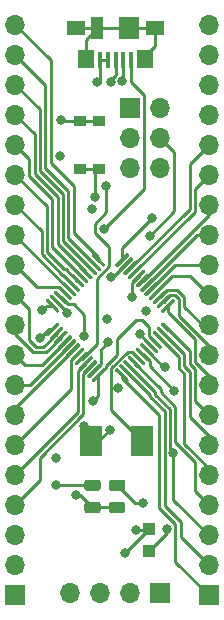
<source format=gbr>
%TF.GenerationSoftware,KiCad,Pcbnew,(5.1.6)-1*%
%TF.CreationDate,2020-09-14T17:11:37+02:00*%
%TF.ProjectId,STM32_blue_pill_4_layers,53544d33-325f-4626-9c75-655f70696c6c,rev?*%
%TF.SameCoordinates,Original*%
%TF.FileFunction,Copper,L1,Top*%
%TF.FilePolarity,Positive*%
%FSLAX46Y46*%
G04 Gerber Fmt 4.6, Leading zero omitted, Abs format (unit mm)*
G04 Created by KiCad (PCBNEW (5.1.6)-1) date 2020-09-14 17:11:37*
%MOMM*%
%LPD*%
G01*
G04 APERTURE LIST*
%TA.AperFunction,SMDPad,CuDef*%
%ADD10R,1.000000X1.900000*%
%TD*%
%TA.AperFunction,SMDPad,CuDef*%
%ADD11R,1.800000X1.900000*%
%TD*%
%TA.AperFunction,SMDPad,CuDef*%
%ADD12R,1.650000X1.300000*%
%TD*%
%TA.AperFunction,SMDPad,CuDef*%
%ADD13R,1.425000X1.550000*%
%TD*%
%TA.AperFunction,SMDPad,CuDef*%
%ADD14R,0.450000X1.380000*%
%TD*%
%TA.AperFunction,SMDPad,CuDef*%
%ADD15R,1.000000X0.900000*%
%TD*%
%TA.AperFunction,SMDPad,CuDef*%
%ADD16R,1.100000X1.050000*%
%TD*%
%TA.AperFunction,SMDPad,CuDef*%
%ADD17R,1.900000X2.500000*%
%TD*%
%TA.AperFunction,ComponentPad*%
%ADD18O,1.700000X1.700000*%
%TD*%
%TA.AperFunction,ComponentPad*%
%ADD19R,1.700000X1.700000*%
%TD*%
%TA.AperFunction,ViaPad*%
%ADD20C,0.800000*%
%TD*%
%TA.AperFunction,Conductor*%
%ADD21C,0.250000*%
%TD*%
G04 APERTURE END LIST*
D10*
%TO.P,J3,6*%
%TO.N,Net-(J3-Pad6)*%
X128880000Y-62410000D03*
D11*
X131580000Y-62410000D03*
D12*
X127055000Y-62410000D03*
X133805000Y-62410000D03*
D13*
X127942500Y-64985000D03*
X132917500Y-64985000D03*
D14*
%TO.P,J3,5*%
%TO.N,GND*%
X129130000Y-65070000D03*
%TO.P,J3,4*%
X129780000Y-65070000D03*
%TO.P,J3,3*%
%TO.N,Net-(J3-Pad3)*%
X130430000Y-65070000D03*
%TO.P,J3,2*%
%TO.N,Net-(J3-Pad2)*%
X131080000Y-65070000D03*
%TO.P,J3,1*%
%TO.N,/5V*%
X131730000Y-65070000D03*
%TD*%
D15*
%TO.P,SW1,2*%
%TO.N,GND*%
X129000000Y-70240000D03*
%TO.P,SW1,1*%
X127400000Y-70240000D03*
%TO.P,SW1,2*%
X129000000Y-74340000D03*
%TO.P,SW1,1*%
X127400000Y-74340000D03*
%TD*%
D16*
%TO.P,Y2,2*%
%TO.N,/PC15*%
X133260000Y-104810000D03*
%TO.P,Y2,1*%
%TO.N,/PC14*%
X133260000Y-106660000D03*
%TD*%
D17*
%TO.P,Y1,2*%
%TO.N,/OSCOUT*%
X128310000Y-97370000D03*
%TO.P,Y1,1*%
%TO.N,/OSCIN*%
X132710000Y-97370000D03*
%TD*%
%TO.P,U1,48*%
%TO.N,/3V3*%
%TA.AperFunction,SMDPad,CuDef*%
G36*
G01*
X129546948Y-91407608D02*
X128610032Y-92344524D01*
G75*
G02*
X128503966Y-92344524I-53033J53033D01*
G01*
X128397900Y-92238458D01*
G75*
G02*
X128397900Y-92132392I53033J53033D01*
G01*
X129334816Y-91195476D01*
G75*
G02*
X129440882Y-91195476I53033J-53033D01*
G01*
X129546948Y-91301542D01*
G75*
G02*
X129546948Y-91407608I-53033J-53033D01*
G01*
G37*
%TD.AperFunction*%
%TO.P,U1,47*%
%TO.N,GND*%
%TA.AperFunction,SMDPad,CuDef*%
G36*
G01*
X129193394Y-91054054D02*
X128256478Y-91990970D01*
G75*
G02*
X128150412Y-91990970I-53033J53033D01*
G01*
X128044346Y-91884904D01*
G75*
G02*
X128044346Y-91778838I53033J53033D01*
G01*
X128981262Y-90841922D01*
G75*
G02*
X129087328Y-90841922I53033J-53033D01*
G01*
X129193394Y-90947988D01*
G75*
G02*
X129193394Y-91054054I-53033J-53033D01*
G01*
G37*
%TD.AperFunction*%
%TO.P,U1,46*%
%TO.N,/PB9*%
%TA.AperFunction,SMDPad,CuDef*%
G36*
G01*
X128839841Y-90700501D02*
X127902925Y-91637417D01*
G75*
G02*
X127796859Y-91637417I-53033J53033D01*
G01*
X127690793Y-91531351D01*
G75*
G02*
X127690793Y-91425285I53033J53033D01*
G01*
X128627709Y-90488369D01*
G75*
G02*
X128733775Y-90488369I53033J-53033D01*
G01*
X128839841Y-90594435D01*
G75*
G02*
X128839841Y-90700501I-53033J-53033D01*
G01*
G37*
%TD.AperFunction*%
%TO.P,U1,45*%
%TO.N,/PB8*%
%TA.AperFunction,SMDPad,CuDef*%
G36*
G01*
X128486287Y-90346947D02*
X127549371Y-91283863D01*
G75*
G02*
X127443305Y-91283863I-53033J53033D01*
G01*
X127337239Y-91177797D01*
G75*
G02*
X127337239Y-91071731I53033J53033D01*
G01*
X128274155Y-90134815D01*
G75*
G02*
X128380221Y-90134815I53033J-53033D01*
G01*
X128486287Y-90240881D01*
G75*
G02*
X128486287Y-90346947I-53033J-53033D01*
G01*
G37*
%TD.AperFunction*%
%TO.P,U1,44*%
%TO.N,/BOOT0*%
%TA.AperFunction,SMDPad,CuDef*%
G36*
G01*
X128132734Y-89993394D02*
X127195818Y-90930310D01*
G75*
G02*
X127089752Y-90930310I-53033J53033D01*
G01*
X126983686Y-90824244D01*
G75*
G02*
X126983686Y-90718178I53033J53033D01*
G01*
X127920602Y-89781262D01*
G75*
G02*
X128026668Y-89781262I53033J-53033D01*
G01*
X128132734Y-89887328D01*
G75*
G02*
X128132734Y-89993394I-53033J-53033D01*
G01*
G37*
%TD.AperFunction*%
%TO.P,U1,43*%
%TO.N,/PB7*%
%TA.AperFunction,SMDPad,CuDef*%
G36*
G01*
X127779181Y-89639841D02*
X126842265Y-90576757D01*
G75*
G02*
X126736199Y-90576757I-53033J53033D01*
G01*
X126630133Y-90470691D01*
G75*
G02*
X126630133Y-90364625I53033J53033D01*
G01*
X127567049Y-89427709D01*
G75*
G02*
X127673115Y-89427709I53033J-53033D01*
G01*
X127779181Y-89533775D01*
G75*
G02*
X127779181Y-89639841I-53033J-53033D01*
G01*
G37*
%TD.AperFunction*%
%TO.P,U1,42*%
%TO.N,/PB6*%
%TA.AperFunction,SMDPad,CuDef*%
G36*
G01*
X127425627Y-89286287D02*
X126488711Y-90223203D01*
G75*
G02*
X126382645Y-90223203I-53033J53033D01*
G01*
X126276579Y-90117137D01*
G75*
G02*
X126276579Y-90011071I53033J53033D01*
G01*
X127213495Y-89074155D01*
G75*
G02*
X127319561Y-89074155I53033J-53033D01*
G01*
X127425627Y-89180221D01*
G75*
G02*
X127425627Y-89286287I-53033J-53033D01*
G01*
G37*
%TD.AperFunction*%
%TO.P,U1,41*%
%TO.N,/PB5*%
%TA.AperFunction,SMDPad,CuDef*%
G36*
G01*
X127072074Y-88932734D02*
X126135158Y-89869650D01*
G75*
G02*
X126029092Y-89869650I-53033J53033D01*
G01*
X125923026Y-89763584D01*
G75*
G02*
X125923026Y-89657518I53033J53033D01*
G01*
X126859942Y-88720602D01*
G75*
G02*
X126966008Y-88720602I53033J-53033D01*
G01*
X127072074Y-88826668D01*
G75*
G02*
X127072074Y-88932734I-53033J-53033D01*
G01*
G37*
%TD.AperFunction*%
%TO.P,U1,40*%
%TO.N,/PB4*%
%TA.AperFunction,SMDPad,CuDef*%
G36*
G01*
X126718521Y-88579181D02*
X125781605Y-89516097D01*
G75*
G02*
X125675539Y-89516097I-53033J53033D01*
G01*
X125569473Y-89410031D01*
G75*
G02*
X125569473Y-89303965I53033J53033D01*
G01*
X126506389Y-88367049D01*
G75*
G02*
X126612455Y-88367049I53033J-53033D01*
G01*
X126718521Y-88473115D01*
G75*
G02*
X126718521Y-88579181I-53033J-53033D01*
G01*
G37*
%TD.AperFunction*%
%TO.P,U1,39*%
%TO.N,/PB3*%
%TA.AperFunction,SMDPad,CuDef*%
G36*
G01*
X126364967Y-88225627D02*
X125428051Y-89162543D01*
G75*
G02*
X125321985Y-89162543I-53033J53033D01*
G01*
X125215919Y-89056477D01*
G75*
G02*
X125215919Y-88950411I53033J53033D01*
G01*
X126152835Y-88013495D01*
G75*
G02*
X126258901Y-88013495I53033J-53033D01*
G01*
X126364967Y-88119561D01*
G75*
G02*
X126364967Y-88225627I-53033J-53033D01*
G01*
G37*
%TD.AperFunction*%
%TO.P,U1,38*%
%TO.N,/PA15*%
%TA.AperFunction,SMDPad,CuDef*%
G36*
G01*
X126011414Y-87872074D02*
X125074498Y-88808990D01*
G75*
G02*
X124968432Y-88808990I-53033J53033D01*
G01*
X124862366Y-88702924D01*
G75*
G02*
X124862366Y-88596858I53033J53033D01*
G01*
X125799282Y-87659942D01*
G75*
G02*
X125905348Y-87659942I53033J-53033D01*
G01*
X126011414Y-87766008D01*
G75*
G02*
X126011414Y-87872074I-53033J-53033D01*
G01*
G37*
%TD.AperFunction*%
%TO.P,U1,37*%
%TO.N,/SWCLK*%
%TA.AperFunction,SMDPad,CuDef*%
G36*
G01*
X125657860Y-87518520D02*
X124720944Y-88455436D01*
G75*
G02*
X124614878Y-88455436I-53033J53033D01*
G01*
X124508812Y-88349370D01*
G75*
G02*
X124508812Y-88243304I53033J53033D01*
G01*
X125445728Y-87306388D01*
G75*
G02*
X125551794Y-87306388I53033J-53033D01*
G01*
X125657860Y-87412454D01*
G75*
G02*
X125657860Y-87518520I-53033J-53033D01*
G01*
G37*
%TD.AperFunction*%
%TO.P,U1,36*%
%TO.N,/3V3*%
%TA.AperFunction,SMDPad,CuDef*%
G36*
G01*
X125657860Y-86351794D02*
X125551794Y-86457860D01*
G75*
G02*
X125445728Y-86457860I-53033J53033D01*
G01*
X124508812Y-85520944D01*
G75*
G02*
X124508812Y-85414878I53033J53033D01*
G01*
X124614878Y-85308812D01*
G75*
G02*
X124720944Y-85308812I53033J-53033D01*
G01*
X125657860Y-86245728D01*
G75*
G02*
X125657860Y-86351794I-53033J-53033D01*
G01*
G37*
%TD.AperFunction*%
%TO.P,U1,35*%
%TO.N,GND*%
%TA.AperFunction,SMDPad,CuDef*%
G36*
G01*
X126011414Y-85998240D02*
X125905348Y-86104306D01*
G75*
G02*
X125799282Y-86104306I-53033J53033D01*
G01*
X124862366Y-85167390D01*
G75*
G02*
X124862366Y-85061324I53033J53033D01*
G01*
X124968432Y-84955258D01*
G75*
G02*
X125074498Y-84955258I53033J-53033D01*
G01*
X126011414Y-85892174D01*
G75*
G02*
X126011414Y-85998240I-53033J-53033D01*
G01*
G37*
%TD.AperFunction*%
%TO.P,U1,34*%
%TO.N,/SWIO*%
%TA.AperFunction,SMDPad,CuDef*%
G36*
G01*
X126364967Y-85644687D02*
X126258901Y-85750753D01*
G75*
G02*
X126152835Y-85750753I-53033J53033D01*
G01*
X125215919Y-84813837D01*
G75*
G02*
X125215919Y-84707771I53033J53033D01*
G01*
X125321985Y-84601705D01*
G75*
G02*
X125428051Y-84601705I53033J-53033D01*
G01*
X126364967Y-85538621D01*
G75*
G02*
X126364967Y-85644687I-53033J-53033D01*
G01*
G37*
%TD.AperFunction*%
%TO.P,U1,33*%
%TO.N,/PA12*%
%TA.AperFunction,SMDPad,CuDef*%
G36*
G01*
X126718521Y-85291133D02*
X126612455Y-85397199D01*
G75*
G02*
X126506389Y-85397199I-53033J53033D01*
G01*
X125569473Y-84460283D01*
G75*
G02*
X125569473Y-84354217I53033J53033D01*
G01*
X125675539Y-84248151D01*
G75*
G02*
X125781605Y-84248151I53033J-53033D01*
G01*
X126718521Y-85185067D01*
G75*
G02*
X126718521Y-85291133I-53033J-53033D01*
G01*
G37*
%TD.AperFunction*%
%TO.P,U1,32*%
%TO.N,/PA11*%
%TA.AperFunction,SMDPad,CuDef*%
G36*
G01*
X127072074Y-84937580D02*
X126966008Y-85043646D01*
G75*
G02*
X126859942Y-85043646I-53033J53033D01*
G01*
X125923026Y-84106730D01*
G75*
G02*
X125923026Y-84000664I53033J53033D01*
G01*
X126029092Y-83894598D01*
G75*
G02*
X126135158Y-83894598I53033J-53033D01*
G01*
X127072074Y-84831514D01*
G75*
G02*
X127072074Y-84937580I-53033J-53033D01*
G01*
G37*
%TD.AperFunction*%
%TO.P,U1,31*%
%TO.N,/PA10*%
%TA.AperFunction,SMDPad,CuDef*%
G36*
G01*
X127425627Y-84584027D02*
X127319561Y-84690093D01*
G75*
G02*
X127213495Y-84690093I-53033J53033D01*
G01*
X126276579Y-83753177D01*
G75*
G02*
X126276579Y-83647111I53033J53033D01*
G01*
X126382645Y-83541045D01*
G75*
G02*
X126488711Y-83541045I53033J-53033D01*
G01*
X127425627Y-84477961D01*
G75*
G02*
X127425627Y-84584027I-53033J-53033D01*
G01*
G37*
%TD.AperFunction*%
%TO.P,U1,30*%
%TO.N,/PA9*%
%TA.AperFunction,SMDPad,CuDef*%
G36*
G01*
X127779181Y-84230473D02*
X127673115Y-84336539D01*
G75*
G02*
X127567049Y-84336539I-53033J53033D01*
G01*
X126630133Y-83399623D01*
G75*
G02*
X126630133Y-83293557I53033J53033D01*
G01*
X126736199Y-83187491D01*
G75*
G02*
X126842265Y-83187491I53033J-53033D01*
G01*
X127779181Y-84124407D01*
G75*
G02*
X127779181Y-84230473I-53033J-53033D01*
G01*
G37*
%TD.AperFunction*%
%TO.P,U1,29*%
%TO.N,/PA8*%
%TA.AperFunction,SMDPad,CuDef*%
G36*
G01*
X128132734Y-83876920D02*
X128026668Y-83982986D01*
G75*
G02*
X127920602Y-83982986I-53033J53033D01*
G01*
X126983686Y-83046070D01*
G75*
G02*
X126983686Y-82940004I53033J53033D01*
G01*
X127089752Y-82833938D01*
G75*
G02*
X127195818Y-82833938I53033J-53033D01*
G01*
X128132734Y-83770854D01*
G75*
G02*
X128132734Y-83876920I-53033J-53033D01*
G01*
G37*
%TD.AperFunction*%
%TO.P,U1,28*%
%TO.N,/PB15*%
%TA.AperFunction,SMDPad,CuDef*%
G36*
G01*
X128486287Y-83523367D02*
X128380221Y-83629433D01*
G75*
G02*
X128274155Y-83629433I-53033J53033D01*
G01*
X127337239Y-82692517D01*
G75*
G02*
X127337239Y-82586451I53033J53033D01*
G01*
X127443305Y-82480385D01*
G75*
G02*
X127549371Y-82480385I53033J-53033D01*
G01*
X128486287Y-83417301D01*
G75*
G02*
X128486287Y-83523367I-53033J-53033D01*
G01*
G37*
%TD.AperFunction*%
%TO.P,U1,27*%
%TO.N,/PB14*%
%TA.AperFunction,SMDPad,CuDef*%
G36*
G01*
X128839841Y-83169813D02*
X128733775Y-83275879D01*
G75*
G02*
X128627709Y-83275879I-53033J53033D01*
G01*
X127690793Y-82338963D01*
G75*
G02*
X127690793Y-82232897I53033J53033D01*
G01*
X127796859Y-82126831D01*
G75*
G02*
X127902925Y-82126831I53033J-53033D01*
G01*
X128839841Y-83063747D01*
G75*
G02*
X128839841Y-83169813I-53033J-53033D01*
G01*
G37*
%TD.AperFunction*%
%TO.P,U1,26*%
%TO.N,/PB13*%
%TA.AperFunction,SMDPad,CuDef*%
G36*
G01*
X129193394Y-82816260D02*
X129087328Y-82922326D01*
G75*
G02*
X128981262Y-82922326I-53033J53033D01*
G01*
X128044346Y-81985410D01*
G75*
G02*
X128044346Y-81879344I53033J53033D01*
G01*
X128150412Y-81773278D01*
G75*
G02*
X128256478Y-81773278I53033J-53033D01*
G01*
X129193394Y-82710194D01*
G75*
G02*
X129193394Y-82816260I-53033J-53033D01*
G01*
G37*
%TD.AperFunction*%
%TO.P,U1,25*%
%TO.N,/PB12*%
%TA.AperFunction,SMDPad,CuDef*%
G36*
G01*
X129546948Y-82462706D02*
X129440882Y-82568772D01*
G75*
G02*
X129334816Y-82568772I-53033J53033D01*
G01*
X128397900Y-81631856D01*
G75*
G02*
X128397900Y-81525790I53033J53033D01*
G01*
X128503966Y-81419724D01*
G75*
G02*
X128610032Y-81419724I53033J-53033D01*
G01*
X129546948Y-82356640D01*
G75*
G02*
X129546948Y-82462706I-53033J-53033D01*
G01*
G37*
%TD.AperFunction*%
%TO.P,U1,24*%
%TO.N,/3V3*%
%TA.AperFunction,SMDPad,CuDef*%
G36*
G01*
X131544524Y-81631856D02*
X130607608Y-82568772D01*
G75*
G02*
X130501542Y-82568772I-53033J53033D01*
G01*
X130395476Y-82462706D01*
G75*
G02*
X130395476Y-82356640I53033J53033D01*
G01*
X131332392Y-81419724D01*
G75*
G02*
X131438458Y-81419724I53033J-53033D01*
G01*
X131544524Y-81525790D01*
G75*
G02*
X131544524Y-81631856I-53033J-53033D01*
G01*
G37*
%TD.AperFunction*%
%TO.P,U1,23*%
%TO.N,GND*%
%TA.AperFunction,SMDPad,CuDef*%
G36*
G01*
X131898078Y-81985410D02*
X130961162Y-82922326D01*
G75*
G02*
X130855096Y-82922326I-53033J53033D01*
G01*
X130749030Y-82816260D01*
G75*
G02*
X130749030Y-82710194I53033J53033D01*
G01*
X131685946Y-81773278D01*
G75*
G02*
X131792012Y-81773278I53033J-53033D01*
G01*
X131898078Y-81879344D01*
G75*
G02*
X131898078Y-81985410I-53033J-53033D01*
G01*
G37*
%TD.AperFunction*%
%TO.P,U1,22*%
%TO.N,/PB11*%
%TA.AperFunction,SMDPad,CuDef*%
G36*
G01*
X132251631Y-82338963D02*
X131314715Y-83275879D01*
G75*
G02*
X131208649Y-83275879I-53033J53033D01*
G01*
X131102583Y-83169813D01*
G75*
G02*
X131102583Y-83063747I53033J53033D01*
G01*
X132039499Y-82126831D01*
G75*
G02*
X132145565Y-82126831I53033J-53033D01*
G01*
X132251631Y-82232897D01*
G75*
G02*
X132251631Y-82338963I-53033J-53033D01*
G01*
G37*
%TD.AperFunction*%
%TO.P,U1,21*%
%TO.N,/PB10*%
%TA.AperFunction,SMDPad,CuDef*%
G36*
G01*
X132605185Y-82692517D02*
X131668269Y-83629433D01*
G75*
G02*
X131562203Y-83629433I-53033J53033D01*
G01*
X131456137Y-83523367D01*
G75*
G02*
X131456137Y-83417301I53033J53033D01*
G01*
X132393053Y-82480385D01*
G75*
G02*
X132499119Y-82480385I53033J-53033D01*
G01*
X132605185Y-82586451D01*
G75*
G02*
X132605185Y-82692517I-53033J-53033D01*
G01*
G37*
%TD.AperFunction*%
%TO.P,U1,20*%
%TO.N,/BOOT1*%
%TA.AperFunction,SMDPad,CuDef*%
G36*
G01*
X132958738Y-83046070D02*
X132021822Y-83982986D01*
G75*
G02*
X131915756Y-83982986I-53033J53033D01*
G01*
X131809690Y-83876920D01*
G75*
G02*
X131809690Y-83770854I53033J53033D01*
G01*
X132746606Y-82833938D01*
G75*
G02*
X132852672Y-82833938I53033J-53033D01*
G01*
X132958738Y-82940004D01*
G75*
G02*
X132958738Y-83046070I-53033J-53033D01*
G01*
G37*
%TD.AperFunction*%
%TO.P,U1,19*%
%TO.N,/PB1*%
%TA.AperFunction,SMDPad,CuDef*%
G36*
G01*
X133312291Y-83399623D02*
X132375375Y-84336539D01*
G75*
G02*
X132269309Y-84336539I-53033J53033D01*
G01*
X132163243Y-84230473D01*
G75*
G02*
X132163243Y-84124407I53033J53033D01*
G01*
X133100159Y-83187491D01*
G75*
G02*
X133206225Y-83187491I53033J-53033D01*
G01*
X133312291Y-83293557D01*
G75*
G02*
X133312291Y-83399623I-53033J-53033D01*
G01*
G37*
%TD.AperFunction*%
%TO.P,U1,18*%
%TO.N,/PB0*%
%TA.AperFunction,SMDPad,CuDef*%
G36*
G01*
X133665845Y-83753177D02*
X132728929Y-84690093D01*
G75*
G02*
X132622863Y-84690093I-53033J53033D01*
G01*
X132516797Y-84584027D01*
G75*
G02*
X132516797Y-84477961I53033J53033D01*
G01*
X133453713Y-83541045D01*
G75*
G02*
X133559779Y-83541045I53033J-53033D01*
G01*
X133665845Y-83647111D01*
G75*
G02*
X133665845Y-83753177I-53033J-53033D01*
G01*
G37*
%TD.AperFunction*%
%TO.P,U1,17*%
%TO.N,/PA7*%
%TA.AperFunction,SMDPad,CuDef*%
G36*
G01*
X134019398Y-84106730D02*
X133082482Y-85043646D01*
G75*
G02*
X132976416Y-85043646I-53033J53033D01*
G01*
X132870350Y-84937580D01*
G75*
G02*
X132870350Y-84831514I53033J53033D01*
G01*
X133807266Y-83894598D01*
G75*
G02*
X133913332Y-83894598I53033J-53033D01*
G01*
X134019398Y-84000664D01*
G75*
G02*
X134019398Y-84106730I-53033J-53033D01*
G01*
G37*
%TD.AperFunction*%
%TO.P,U1,16*%
%TO.N,/PA6*%
%TA.AperFunction,SMDPad,CuDef*%
G36*
G01*
X134372951Y-84460283D02*
X133436035Y-85397199D01*
G75*
G02*
X133329969Y-85397199I-53033J53033D01*
G01*
X133223903Y-85291133D01*
G75*
G02*
X133223903Y-85185067I53033J53033D01*
G01*
X134160819Y-84248151D01*
G75*
G02*
X134266885Y-84248151I53033J-53033D01*
G01*
X134372951Y-84354217D01*
G75*
G02*
X134372951Y-84460283I-53033J-53033D01*
G01*
G37*
%TD.AperFunction*%
%TO.P,U1,15*%
%TO.N,/PA5*%
%TA.AperFunction,SMDPad,CuDef*%
G36*
G01*
X134726505Y-84813837D02*
X133789589Y-85750753D01*
G75*
G02*
X133683523Y-85750753I-53033J53033D01*
G01*
X133577457Y-85644687D01*
G75*
G02*
X133577457Y-85538621I53033J53033D01*
G01*
X134514373Y-84601705D01*
G75*
G02*
X134620439Y-84601705I53033J-53033D01*
G01*
X134726505Y-84707771D01*
G75*
G02*
X134726505Y-84813837I-53033J-53033D01*
G01*
G37*
%TD.AperFunction*%
%TO.P,U1,14*%
%TO.N,/PA4*%
%TA.AperFunction,SMDPad,CuDef*%
G36*
G01*
X135080058Y-85167390D02*
X134143142Y-86104306D01*
G75*
G02*
X134037076Y-86104306I-53033J53033D01*
G01*
X133931010Y-85998240D01*
G75*
G02*
X133931010Y-85892174I53033J53033D01*
G01*
X134867926Y-84955258D01*
G75*
G02*
X134973992Y-84955258I53033J-53033D01*
G01*
X135080058Y-85061324D01*
G75*
G02*
X135080058Y-85167390I-53033J-53033D01*
G01*
G37*
%TD.AperFunction*%
%TO.P,U1,13*%
%TO.N,/PA3*%
%TA.AperFunction,SMDPad,CuDef*%
G36*
G01*
X135433612Y-85520944D02*
X134496696Y-86457860D01*
G75*
G02*
X134390630Y-86457860I-53033J53033D01*
G01*
X134284564Y-86351794D01*
G75*
G02*
X134284564Y-86245728I53033J53033D01*
G01*
X135221480Y-85308812D01*
G75*
G02*
X135327546Y-85308812I53033J-53033D01*
G01*
X135433612Y-85414878D01*
G75*
G02*
X135433612Y-85520944I-53033J-53033D01*
G01*
G37*
%TD.AperFunction*%
%TO.P,U1,12*%
%TO.N,/PA2*%
%TA.AperFunction,SMDPad,CuDef*%
G36*
G01*
X135433612Y-88349370D02*
X135327546Y-88455436D01*
G75*
G02*
X135221480Y-88455436I-53033J53033D01*
G01*
X134284564Y-87518520D01*
G75*
G02*
X134284564Y-87412454I53033J53033D01*
G01*
X134390630Y-87306388D01*
G75*
G02*
X134496696Y-87306388I53033J-53033D01*
G01*
X135433612Y-88243304D01*
G75*
G02*
X135433612Y-88349370I-53033J-53033D01*
G01*
G37*
%TD.AperFunction*%
%TO.P,U1,11*%
%TO.N,/PA1*%
%TA.AperFunction,SMDPad,CuDef*%
G36*
G01*
X135080058Y-88702924D02*
X134973992Y-88808990D01*
G75*
G02*
X134867926Y-88808990I-53033J53033D01*
G01*
X133931010Y-87872074D01*
G75*
G02*
X133931010Y-87766008I53033J53033D01*
G01*
X134037076Y-87659942D01*
G75*
G02*
X134143142Y-87659942I53033J-53033D01*
G01*
X135080058Y-88596858D01*
G75*
G02*
X135080058Y-88702924I-53033J-53033D01*
G01*
G37*
%TD.AperFunction*%
%TO.P,U1,10*%
%TO.N,/PA0*%
%TA.AperFunction,SMDPad,CuDef*%
G36*
G01*
X134726505Y-89056477D02*
X134620439Y-89162543D01*
G75*
G02*
X134514373Y-89162543I-53033J53033D01*
G01*
X133577457Y-88225627D01*
G75*
G02*
X133577457Y-88119561I53033J53033D01*
G01*
X133683523Y-88013495D01*
G75*
G02*
X133789589Y-88013495I53033J-53033D01*
G01*
X134726505Y-88950411D01*
G75*
G02*
X134726505Y-89056477I-53033J-53033D01*
G01*
G37*
%TD.AperFunction*%
%TO.P,U1,9*%
%TO.N,/3V3*%
%TA.AperFunction,SMDPad,CuDef*%
G36*
G01*
X134372951Y-89410031D02*
X134266885Y-89516097D01*
G75*
G02*
X134160819Y-89516097I-53033J53033D01*
G01*
X133223903Y-88579181D01*
G75*
G02*
X133223903Y-88473115I53033J53033D01*
G01*
X133329969Y-88367049D01*
G75*
G02*
X133436035Y-88367049I53033J-53033D01*
G01*
X134372951Y-89303965D01*
G75*
G02*
X134372951Y-89410031I-53033J-53033D01*
G01*
G37*
%TD.AperFunction*%
%TO.P,U1,8*%
%TO.N,GND*%
%TA.AperFunction,SMDPad,CuDef*%
G36*
G01*
X134019398Y-89763584D02*
X133913332Y-89869650D01*
G75*
G02*
X133807266Y-89869650I-53033J53033D01*
G01*
X132870350Y-88932734D01*
G75*
G02*
X132870350Y-88826668I53033J53033D01*
G01*
X132976416Y-88720602D01*
G75*
G02*
X133082482Y-88720602I53033J-53033D01*
G01*
X134019398Y-89657518D01*
G75*
G02*
X134019398Y-89763584I-53033J-53033D01*
G01*
G37*
%TD.AperFunction*%
%TO.P,U1,7*%
%TO.N,/RESET*%
%TA.AperFunction,SMDPad,CuDef*%
G36*
G01*
X133665845Y-90117137D02*
X133559779Y-90223203D01*
G75*
G02*
X133453713Y-90223203I-53033J53033D01*
G01*
X132516797Y-89286287D01*
G75*
G02*
X132516797Y-89180221I53033J53033D01*
G01*
X132622863Y-89074155D01*
G75*
G02*
X132728929Y-89074155I53033J-53033D01*
G01*
X133665845Y-90011071D01*
G75*
G02*
X133665845Y-90117137I-53033J-53033D01*
G01*
G37*
%TD.AperFunction*%
%TO.P,U1,6*%
%TO.N,/OSCOUT*%
%TA.AperFunction,SMDPad,CuDef*%
G36*
G01*
X133312291Y-90470691D02*
X133206225Y-90576757D01*
G75*
G02*
X133100159Y-90576757I-53033J53033D01*
G01*
X132163243Y-89639841D01*
G75*
G02*
X132163243Y-89533775I53033J53033D01*
G01*
X132269309Y-89427709D01*
G75*
G02*
X132375375Y-89427709I53033J-53033D01*
G01*
X133312291Y-90364625D01*
G75*
G02*
X133312291Y-90470691I-53033J-53033D01*
G01*
G37*
%TD.AperFunction*%
%TO.P,U1,5*%
%TO.N,/OSCIN*%
%TA.AperFunction,SMDPad,CuDef*%
G36*
G01*
X132958738Y-90824244D02*
X132852672Y-90930310D01*
G75*
G02*
X132746606Y-90930310I-53033J53033D01*
G01*
X131809690Y-89993394D01*
G75*
G02*
X131809690Y-89887328I53033J53033D01*
G01*
X131915756Y-89781262D01*
G75*
G02*
X132021822Y-89781262I53033J-53033D01*
G01*
X132958738Y-90718178D01*
G75*
G02*
X132958738Y-90824244I-53033J-53033D01*
G01*
G37*
%TD.AperFunction*%
%TO.P,U1,4*%
%TO.N,/PC15*%
%TA.AperFunction,SMDPad,CuDef*%
G36*
G01*
X132605185Y-91177797D02*
X132499119Y-91283863D01*
G75*
G02*
X132393053Y-91283863I-53033J53033D01*
G01*
X131456137Y-90346947D01*
G75*
G02*
X131456137Y-90240881I53033J53033D01*
G01*
X131562203Y-90134815D01*
G75*
G02*
X131668269Y-90134815I53033J-53033D01*
G01*
X132605185Y-91071731D01*
G75*
G02*
X132605185Y-91177797I-53033J-53033D01*
G01*
G37*
%TD.AperFunction*%
%TO.P,U1,3*%
%TO.N,/PC14*%
%TA.AperFunction,SMDPad,CuDef*%
G36*
G01*
X132251631Y-91531351D02*
X132145565Y-91637417D01*
G75*
G02*
X132039499Y-91637417I-53033J53033D01*
G01*
X131102583Y-90700501D01*
G75*
G02*
X131102583Y-90594435I53033J53033D01*
G01*
X131208649Y-90488369D01*
G75*
G02*
X131314715Y-90488369I53033J-53033D01*
G01*
X132251631Y-91425285D01*
G75*
G02*
X132251631Y-91531351I-53033J-53033D01*
G01*
G37*
%TD.AperFunction*%
%TO.P,U1,2*%
%TO.N,/PC13*%
%TA.AperFunction,SMDPad,CuDef*%
G36*
G01*
X131898078Y-91884904D02*
X131792012Y-91990970D01*
G75*
G02*
X131685946Y-91990970I-53033J53033D01*
G01*
X130749030Y-91054054D01*
G75*
G02*
X130749030Y-90947988I53033J53033D01*
G01*
X130855096Y-90841922D01*
G75*
G02*
X130961162Y-90841922I53033J-53033D01*
G01*
X131898078Y-91778838D01*
G75*
G02*
X131898078Y-91884904I-53033J-53033D01*
G01*
G37*
%TD.AperFunction*%
%TO.P,U1,1*%
%TO.N,/VBAT*%
%TA.AperFunction,SMDPad,CuDef*%
G36*
G01*
X131544524Y-92238458D02*
X131438458Y-92344524D01*
G75*
G02*
X131332392Y-92344524I-53033J53033D01*
G01*
X130395476Y-91407608D01*
G75*
G02*
X130395476Y-91301542I53033J53033D01*
G01*
X130501542Y-91195476D01*
G75*
G02*
X130607608Y-91195476I53033J-53033D01*
G01*
X131544524Y-92132392D01*
G75*
G02*
X131544524Y-92238458I-53033J-53033D01*
G01*
G37*
%TD.AperFunction*%
%TD*%
D18*
%TO.P,J5,4*%
%TO.N,GND*%
X126550000Y-110170000D03*
%TO.P,J5,3*%
%TO.N,/SWCLK*%
X129090000Y-110170000D03*
%TO.P,J5,2*%
%TO.N,/SWIO*%
X131630000Y-110170000D03*
D19*
%TO.P,J5,1*%
%TO.N,/3V3*%
X134170000Y-110170000D03*
%TD*%
D18*
%TO.P,J4,6*%
%TO.N,GND*%
X134210000Y-74260000D03*
%TO.P,J4,5*%
X131670000Y-74260000D03*
%TO.P,J4,4*%
%TO.N,Net-(J4-Pad4)*%
X134210000Y-71720000D03*
%TO.P,J4,3*%
%TO.N,Net-(J4-Pad3)*%
X131670000Y-71720000D03*
%TO.P,J4,2*%
%TO.N,/3V3*%
X134210000Y-69180000D03*
D19*
%TO.P,J4,1*%
X131670000Y-69180000D03*
%TD*%
D18*
%TO.P,J2,20*%
%TO.N,/PB12*%
X121950000Y-62090000D03*
%TO.P,J2,19*%
%TO.N,/PB13*%
X121950000Y-64630000D03*
%TO.P,J2,18*%
%TO.N,/PB14*%
X121950000Y-67170000D03*
%TO.P,J2,17*%
%TO.N,/PB15*%
X121950000Y-69710000D03*
%TO.P,J2,16*%
%TO.N,/PA8*%
X121950000Y-72250000D03*
%TO.P,J2,15*%
%TO.N,/PA9*%
X121950000Y-74790000D03*
%TO.P,J2,14*%
%TO.N,/PA10*%
X121950000Y-77330000D03*
%TO.P,J2,13*%
%TO.N,/PA11*%
X121950000Y-79870000D03*
%TO.P,J2,12*%
%TO.N,/PA12*%
X121950000Y-82410000D03*
%TO.P,J2,11*%
%TO.N,/PA15*%
X121950000Y-84950000D03*
%TO.P,J2,10*%
%TO.N,/PB3*%
X121950000Y-87490000D03*
%TO.P,J2,9*%
%TO.N,/PB4*%
X121950000Y-90030000D03*
%TO.P,J2,8*%
%TO.N,/PB5*%
X121950000Y-92570000D03*
%TO.P,J2,7*%
%TO.N,/PB6*%
X121950000Y-95110000D03*
%TO.P,J2,6*%
%TO.N,/PB7*%
X121950000Y-97650000D03*
%TO.P,J2,5*%
%TO.N,/PB8*%
X121950000Y-100190000D03*
%TO.P,J2,4*%
%TO.N,/PB9*%
X121950000Y-102730000D03*
%TO.P,J2,3*%
%TO.N,/5V*%
X121950000Y-105270000D03*
%TO.P,J2,2*%
%TO.N,GND*%
X121950000Y-107810000D03*
D19*
%TO.P,J2,1*%
%TO.N,/3V3*%
X121950000Y-110350000D03*
%TD*%
D18*
%TO.P,J1,20*%
%TO.N,GND*%
X138320000Y-62130000D03*
%TO.P,J1,19*%
X138320000Y-64670000D03*
%TO.P,J1,18*%
%TO.N,/3V3*%
X138320000Y-67210000D03*
%TO.P,J1,17*%
%TO.N,/RESET*%
X138320000Y-69750000D03*
%TO.P,J1,16*%
%TO.N,/PB11*%
X138320000Y-72290000D03*
%TO.P,J1,15*%
%TO.N,/PB10*%
X138320000Y-74830000D03*
%TO.P,J1,14*%
%TO.N,/PB1*%
X138320000Y-77370000D03*
%TO.P,J1,13*%
%TO.N,/PB0*%
X138320000Y-79910000D03*
%TO.P,J1,12*%
%TO.N,/PA7*%
X138320000Y-82450000D03*
%TO.P,J1,11*%
%TO.N,/PA6*%
X138320000Y-84990000D03*
%TO.P,J1,10*%
%TO.N,/PA5*%
X138320000Y-87530000D03*
%TO.P,J1,9*%
%TO.N,/PA4*%
X138320000Y-90070000D03*
%TO.P,J1,8*%
%TO.N,/PA3*%
X138320000Y-92610000D03*
%TO.P,J1,7*%
%TO.N,/PA2*%
X138320000Y-95150000D03*
%TO.P,J1,6*%
%TO.N,/PA1*%
X138320000Y-97690000D03*
%TO.P,J1,5*%
%TO.N,/PA0*%
X138320000Y-100230000D03*
%TO.P,J1,4*%
%TO.N,/PC15*%
X138320000Y-102770000D03*
%TO.P,J1,3*%
%TO.N,/PC14*%
X138320000Y-105310000D03*
%TO.P,J1,2*%
%TO.N,/PC13*%
X138320000Y-107850000D03*
D19*
%TO.P,J1,1*%
%TO.N,/VBAT*%
X138320000Y-110390000D03*
%TD*%
%TO.P,D2,2*%
%TO.N,/3V3*%
%TA.AperFunction,SMDPad,CuDef*%
G36*
G01*
X128023750Y-102480000D02*
X128936250Y-102480000D01*
G75*
G02*
X129180000Y-102723750I0J-243750D01*
G01*
X129180000Y-103211250D01*
G75*
G02*
X128936250Y-103455000I-243750J0D01*
G01*
X128023750Y-103455000D01*
G75*
G02*
X127780000Y-103211250I0J243750D01*
G01*
X127780000Y-102723750D01*
G75*
G02*
X128023750Y-102480000I243750J0D01*
G01*
G37*
%TD.AperFunction*%
%TO.P,D2,1*%
%TO.N,Net-(D2-Pad1)*%
%TA.AperFunction,SMDPad,CuDef*%
G36*
G01*
X128023750Y-100605000D02*
X128936250Y-100605000D01*
G75*
G02*
X129180000Y-100848750I0J-243750D01*
G01*
X129180000Y-101336250D01*
G75*
G02*
X128936250Y-101580000I-243750J0D01*
G01*
X128023750Y-101580000D01*
G75*
G02*
X127780000Y-101336250I0J243750D01*
G01*
X127780000Y-100848750D01*
G75*
G02*
X128023750Y-100605000I243750J0D01*
G01*
G37*
%TD.AperFunction*%
%TD*%
%TO.P,D1,2*%
%TO.N,/3V3*%
%TA.AperFunction,SMDPad,CuDef*%
G36*
G01*
X130103750Y-102477500D02*
X131016250Y-102477500D01*
G75*
G02*
X131260000Y-102721250I0J-243750D01*
G01*
X131260000Y-103208750D01*
G75*
G02*
X131016250Y-103452500I-243750J0D01*
G01*
X130103750Y-103452500D01*
G75*
G02*
X129860000Y-103208750I0J243750D01*
G01*
X129860000Y-102721250D01*
G75*
G02*
X130103750Y-102477500I243750J0D01*
G01*
G37*
%TD.AperFunction*%
%TO.P,D1,1*%
%TO.N,Net-(D1-Pad1)*%
%TA.AperFunction,SMDPad,CuDef*%
G36*
G01*
X130103750Y-100602500D02*
X131016250Y-100602500D01*
G75*
G02*
X131260000Y-100846250I0J-243750D01*
G01*
X131260000Y-101333750D01*
G75*
G02*
X131016250Y-101577500I-243750J0D01*
G01*
X130103750Y-101577500D01*
G75*
G02*
X129860000Y-101333750I0J243750D01*
G01*
X129860000Y-100846250D01*
G75*
G02*
X130103750Y-100602500I243750J0D01*
G01*
G37*
%TD.AperFunction*%
%TD*%
D20*
%TO.N,GND*%
X125360000Y-98770000D03*
X130070000Y-83440000D03*
X132460000Y-88270000D03*
X128890000Y-66920000D03*
X125810000Y-70120000D03*
X129675012Y-87025009D03*
X133030000Y-86320000D03*
X128663425Y-76683985D03*
X126331193Y-86466484D03*
X129798621Y-88977480D03*
%TO.N,/RESET*%
X134582660Y-91047340D03*
%TO.N,/3V3*%
X128529417Y-93987900D03*
X125743463Y-73193146D03*
X128422379Y-77674437D03*
X124235587Y-86276785D03*
X127050000Y-101880000D03*
X133484990Y-78487102D03*
%TO.N,/OSCIN*%
X130670000Y-92840000D03*
%TO.N,/OSCOUT*%
X127740865Y-96060865D03*
X129930000Y-96420000D03*
X135367898Y-93072579D03*
%TO.N,/PC14*%
X134761883Y-104747819D03*
X135304990Y-98335534D03*
%TO.N,/PC15*%
X131204568Y-106860010D03*
X132170000Y-104830000D03*
%TO.N,/5V*%
X129430000Y-79380000D03*
%TO.N,Net-(D1-Pad1)*%
X132770182Y-102585618D03*
%TO.N,Net-(D2-Pad1)*%
X125410000Y-101080000D03*
%TO.N,Net-(J3-Pad3)*%
X130006683Y-66908381D03*
%TO.N,Net-(J3-Pad2)*%
X131004990Y-66850000D03*
%TO.N,Net-(J4-Pad4)*%
X133310000Y-79960000D03*
%TO.N,/SWCLK*%
X124010000Y-88630000D03*
%TO.N,/SWIO*%
X127800000Y-88460000D03*
%TO.N,/BOOT0*%
X129630000Y-75740000D03*
%TO.N,/BOOT1*%
X131850000Y-85120000D03*
%TD*%
D21*
%TO.N,GND*%
X131323554Y-82347802D02*
X130231356Y-83440000D01*
X130231356Y-83440000D02*
X130070000Y-83440000D01*
X133444874Y-89295126D02*
X132460000Y-88310252D01*
X132460000Y-88310252D02*
X132460000Y-88270000D01*
X127400000Y-74340000D02*
X129000000Y-74340000D01*
X127400000Y-70240000D02*
X129000000Y-70240000D01*
X129130000Y-65070000D02*
X129780000Y-65070000D01*
X129130000Y-65070000D02*
X129130000Y-66990000D01*
X129130000Y-66990000D02*
X129060000Y-66920000D01*
X129060000Y-66920000D02*
X128890000Y-66920000D01*
X127400000Y-70240000D02*
X125970000Y-70240000D01*
X125970000Y-70240000D02*
X125850000Y-70120000D01*
X125850000Y-70120000D02*
X125810000Y-70120000D01*
X128663425Y-74676575D02*
X128663425Y-76683985D01*
X129000000Y-74340000D02*
X128663425Y-74676575D01*
X125436890Y-85529782D02*
X126331193Y-86424085D01*
X126331193Y-86424085D02*
X126331193Y-86466484D01*
X128618870Y-91381106D02*
X129186818Y-90813158D01*
X129186818Y-89589283D02*
X129798621Y-88977480D01*
X129186818Y-90813158D02*
X129186818Y-89589283D01*
X128618870Y-91416446D02*
X128618870Y-91381106D01*
%TO.N,/RESET*%
X134489982Y-91047340D02*
X134582660Y-91047340D01*
X133091321Y-89648679D02*
X134489982Y-91047340D01*
%TO.N,/3V3*%
X128482500Y-102965000D02*
X128480000Y-102967500D01*
X130560000Y-102965000D02*
X128482500Y-102965000D01*
X128972424Y-93544893D02*
X128529417Y-93987900D01*
X128972424Y-91770000D02*
X128972424Y-93544893D01*
X124629036Y-85883336D02*
X124235587Y-86276785D01*
X125083336Y-85883336D02*
X124629036Y-85883336D01*
X128480000Y-102967500D02*
X127392500Y-101880000D01*
X127392500Y-101880000D02*
X127050000Y-101880000D01*
X133230480Y-88373626D02*
X133230480Y-87670480D01*
X129598488Y-91143936D02*
X128972424Y-91770000D01*
X129598488Y-91002483D02*
X129598488Y-91143936D01*
X130546172Y-90054800D02*
X129598488Y-91002483D01*
X130546172Y-88713828D02*
X130546172Y-90054800D01*
X132690000Y-87130000D02*
X132130000Y-87130000D01*
X132130000Y-87130000D02*
X130546172Y-88713828D01*
X133230480Y-87670480D02*
X132690000Y-87130000D01*
X133798427Y-88941573D02*
X133230480Y-88373626D01*
X130970000Y-81002092D02*
X133484990Y-78487102D01*
X130970000Y-81994248D02*
X130970000Y-81002092D01*
%TO.N,/OSCIN*%
X131449544Y-89787838D02*
X131816266Y-89787838D01*
X130048499Y-91188883D02*
X131449544Y-89787838D01*
X131816266Y-89787838D02*
X132384214Y-90355786D01*
X132710000Y-97370000D02*
X130048499Y-94708499D01*
X130096998Y-92840000D02*
X130048499Y-92791501D01*
X130670000Y-92840000D02*
X130096998Y-92840000D01*
X130048499Y-94708499D02*
X130048499Y-92791501D01*
X130048499Y-92791501D02*
X130048499Y-91188883D01*
%TO.N,/OSCOUT*%
X127740865Y-96800865D02*
X127740865Y-96060865D01*
X128310000Y-97370000D02*
X127740865Y-96800865D01*
X128310000Y-97370000D02*
X128980000Y-97370000D01*
X128980000Y-97370000D02*
X129930000Y-96420000D01*
X133305715Y-90570181D02*
X133305715Y-91010396D01*
X133305715Y-91010396D02*
X135367898Y-93072579D01*
X132737767Y-90002233D02*
X133305715Y-90570181D01*
%TO.N,/PC14*%
X138320000Y-105310000D02*
X138320000Y-105210000D01*
X134761883Y-105158117D02*
X134761883Y-104747819D01*
X133260000Y-106660000D02*
X134761883Y-105158117D01*
X138320000Y-105310000D02*
X135304990Y-102294990D01*
X133804998Y-93190784D02*
X133804998Y-93408001D01*
X133804998Y-93408001D02*
X135035022Y-94638025D01*
X135304990Y-102294990D02*
X135304990Y-98335534D01*
X131677107Y-91062893D02*
X133804998Y-93190784D01*
X135035022Y-98065566D02*
X135304990Y-98335534D01*
X135035022Y-94638025D02*
X135035022Y-98065566D01*
%TO.N,/PC15*%
X133254578Y-104810000D02*
X131204568Y-106860010D01*
X133260000Y-104810000D02*
X133254578Y-104810000D01*
X133240000Y-104830000D02*
X133260000Y-104810000D01*
X132170000Y-104830000D02*
X133240000Y-104830000D01*
X137144999Y-101594999D02*
X138320000Y-102770000D01*
X135485032Y-94451625D02*
X135485032Y-97442574D01*
X134255008Y-92933686D02*
X134255008Y-93221601D01*
X132030661Y-90709339D02*
X134255008Y-92933686D01*
X135485032Y-97442574D02*
X137144999Y-99102541D01*
X134255008Y-93221601D02*
X135485032Y-94451625D01*
X137144999Y-99102541D02*
X137144999Y-101594999D01*
%TO.N,/5V*%
X132845001Y-68069999D02*
X132845001Y-75964999D01*
X131730000Y-66954998D02*
X132845001Y-68069999D01*
X131730000Y-65070000D02*
X131730000Y-66954998D01*
X132845001Y-75964999D02*
X129430000Y-79380000D01*
%TO.N,Net-(D1-Pad1)*%
X130560000Y-101090000D02*
X132055618Y-102585618D01*
X132055618Y-102585618D02*
X132770182Y-102585618D01*
%TO.N,Net-(D2-Pad1)*%
X125410000Y-101080000D02*
X128467500Y-101080000D01*
X128467500Y-101080000D02*
X128480000Y-101092500D01*
%TO.N,/PB11*%
X138320000Y-72290000D02*
X136694988Y-73915012D01*
X136694988Y-73915012D02*
X136694988Y-77683474D01*
X136694988Y-77683474D02*
X131677107Y-82701355D01*
%TO.N,/PB10*%
X137144999Y-77940571D02*
X132030661Y-83054909D01*
X137144999Y-76005001D02*
X137144999Y-77940571D01*
X138320000Y-74830000D02*
X137144999Y-76005001D01*
%TO.N,/PB1*%
X138320000Y-78179782D02*
X132737767Y-83762015D01*
X138320000Y-77370000D02*
X138320000Y-78179782D01*
%TO.N,/PB0*%
X137296890Y-79910000D02*
X133091321Y-84115569D01*
X138320000Y-79910000D02*
X137296890Y-79910000D01*
%TO.N,/PA7*%
X135463996Y-82450000D02*
X133444874Y-84469122D01*
X138320000Y-82450000D02*
X135463996Y-82450000D01*
%TO.N,/PA6*%
X138320000Y-84990000D02*
X136710000Y-83380000D01*
X135241102Y-83380000D02*
X133798427Y-84822675D01*
X136710000Y-83380000D02*
X135241102Y-83380000D01*
%TO.N,/PA5*%
X134816386Y-84511824D02*
X134151981Y-85176229D01*
X135626605Y-84511824D02*
X134816386Y-84511824D01*
X136230600Y-85115819D02*
X135626605Y-84511824D01*
X136230600Y-85960599D02*
X136230600Y-85115819D01*
X137800000Y-87530000D02*
X136230600Y-85960599D01*
X138320000Y-87530000D02*
X137800000Y-87530000D01*
%TO.N,/PA4*%
X138320000Y-90070000D02*
X138320000Y-89269002D01*
X135440205Y-84961835D02*
X135073481Y-84961835D01*
X135073481Y-84961835D02*
X134505534Y-85529782D01*
X135780589Y-86729591D02*
X135780589Y-85302220D01*
X135780589Y-85302220D02*
X135440205Y-84961835D01*
X138320000Y-89269002D02*
X135780589Y-86729591D01*
%TO.N,/PA3*%
X137144999Y-88730411D02*
X134859088Y-86444500D01*
X137144999Y-90634001D02*
X137144999Y-88730411D01*
X138320000Y-92610000D02*
X138320000Y-91809002D01*
X134859088Y-86444500D02*
X134859088Y-85883336D01*
X138320000Y-91809002D02*
X137144999Y-90634001D01*
%TO.N,/PA2*%
X137144999Y-91270411D02*
X136694988Y-90820401D01*
X136694988Y-90820401D02*
X136694988Y-89716812D01*
X136694988Y-89716812D02*
X134859088Y-87880912D01*
X137144999Y-93974999D02*
X137144999Y-91270411D01*
X138320000Y-95150000D02*
X137144999Y-93974999D01*
%TO.N,/PA1*%
X136694988Y-91456811D02*
X136244977Y-91006800D01*
X138320000Y-97690000D02*
X138320000Y-96937181D01*
X136244977Y-89973910D02*
X134505534Y-88234466D01*
X138320000Y-96937181D02*
X136694988Y-95312169D01*
X136244977Y-91006800D02*
X136244977Y-89973910D01*
X136694988Y-95312169D02*
X136694988Y-91456811D01*
%TO.N,/PA0*%
X138320000Y-99641131D02*
X136244977Y-97566108D01*
X135794966Y-91193201D02*
X135794966Y-90231004D01*
X136244977Y-91643211D02*
X135794966Y-91193201D01*
X136244977Y-97566108D02*
X136244977Y-91643211D01*
X135794966Y-90231004D02*
X134151981Y-88588019D01*
X138320000Y-100230000D02*
X138320000Y-99641131D01*
%TO.N,/PC13*%
X133354987Y-93447879D02*
X133354987Y-93594401D01*
X133354987Y-93594401D02*
X134579988Y-94819402D01*
X135936896Y-104213417D02*
X135936896Y-105466896D01*
X134579988Y-94819402D02*
X134579988Y-102856509D01*
X135936896Y-105466896D02*
X138320000Y-107850000D01*
X134579988Y-102856509D02*
X135936896Y-104213417D01*
X131323554Y-91416446D02*
X133354987Y-93447879D01*
%TO.N,/VBAT*%
X134129977Y-103042909D02*
X134129977Y-95142109D01*
X138320000Y-110390000D02*
X135486885Y-107556885D01*
X130970000Y-91982132D02*
X130970000Y-91770000D01*
X134129977Y-95142109D02*
X130970000Y-91982132D01*
X135486885Y-104399817D02*
X134129977Y-103042909D01*
X135486885Y-107556885D02*
X135486885Y-104399817D01*
%TO.N,/PB12*%
X128972424Y-81782116D02*
X126880000Y-79689692D01*
X128972424Y-81994248D02*
X128972424Y-81782116D01*
X126880000Y-75750000D02*
X124930001Y-73800001D01*
X126880000Y-79689692D02*
X126880000Y-75750000D01*
X124930001Y-65070001D02*
X121950000Y-62090000D01*
X124930001Y-73800001D02*
X124930001Y-65070001D01*
%TO.N,/PB13*%
X128618870Y-82347802D02*
X126429989Y-80158921D01*
X126429989Y-80158921D02*
X126429989Y-76186399D01*
X124479991Y-74236401D02*
X124479991Y-67159991D01*
X126429989Y-76186399D02*
X124479991Y-74236401D01*
X124479991Y-67159991D02*
X121950000Y-64630000D01*
%TO.N,/PB14*%
X125969989Y-80406027D02*
X125969989Y-76432810D01*
X125969989Y-76432810D02*
X124029980Y-74492801D01*
X124029980Y-69249980D02*
X121950000Y-67170000D01*
X128265317Y-82701355D02*
X125969989Y-80406027D01*
X124029980Y-74492801D02*
X124029980Y-69249980D01*
%TO.N,/PB15*%
X123579969Y-71339969D02*
X121950000Y-69710000D01*
X123579969Y-74729200D02*
X123579969Y-71339969D01*
X125519978Y-76669209D02*
X123579969Y-74729200D01*
X127911763Y-83054909D02*
X125519978Y-80663124D01*
X125519978Y-80663124D02*
X125519978Y-76669209D01*
%TO.N,/PA8*%
X127558210Y-83408462D02*
X125069967Y-80920219D01*
X123129958Y-74915600D02*
X123129958Y-73429958D01*
X123129958Y-73429958D02*
X121950000Y-72250000D01*
X125069967Y-76855609D02*
X123129958Y-74915600D01*
X125069967Y-80920219D02*
X125069967Y-76855609D01*
%TO.N,/PA9*%
X127204657Y-83762015D02*
X126232686Y-82790044D01*
X124619956Y-81345600D02*
X124619956Y-77459956D01*
X124619956Y-77459956D02*
X121950000Y-74790000D01*
X126232686Y-82790044D02*
X126064400Y-82790044D01*
X126064400Y-82790044D02*
X124619956Y-81345600D01*
%TO.N,/PA10*%
X124169945Y-79549945D02*
X121950000Y-77330000D01*
X124169945Y-81532000D02*
X124169945Y-79549945D01*
X125878000Y-83240055D02*
X124169945Y-81532000D01*
X126851103Y-84115569D02*
X125975589Y-83240055D01*
X125975589Y-83240055D02*
X125878000Y-83240055D01*
%TO.N,/PA11*%
X126497550Y-84469122D02*
X126470656Y-84469122D01*
X126470656Y-84469122D02*
X121950000Y-79948466D01*
X121950000Y-79948466D02*
X121950000Y-79870000D01*
%TO.N,/PA12*%
X123794728Y-84254728D02*
X121950000Y-82410000D01*
X125576050Y-84254728D02*
X123794728Y-84254728D01*
X126143997Y-84822675D02*
X125576050Y-84254728D01*
%TO.N,/PA15*%
X123661998Y-89355002D02*
X123125001Y-88818005D01*
X124316354Y-89355002D02*
X123661998Y-89355002D01*
X123125001Y-88818005D02*
X123125001Y-86125001D01*
X125436890Y-88234466D02*
X124316354Y-89355002D01*
X123125001Y-86125001D02*
X121950000Y-84950000D01*
%TO.N,/PB3*%
X124573449Y-89805013D02*
X123475598Y-89805013D01*
X123475598Y-89805013D02*
X121950000Y-88279415D01*
X125790443Y-88588019D02*
X124573449Y-89805013D01*
X121950000Y-88279415D02*
X121950000Y-87490000D01*
%TO.N,/PB4*%
X124205571Y-90879999D02*
X122799999Y-90879999D01*
X126143997Y-88941573D02*
X124205571Y-90879999D01*
X122799999Y-90879999D02*
X121950000Y-90030000D01*
%TO.N,/PB5*%
X123222676Y-92570000D02*
X121950000Y-92570000D01*
X126497550Y-89295126D02*
X123222676Y-92570000D01*
%TO.N,/PB6*%
X121950000Y-94549782D02*
X121950000Y-95110000D01*
X126851103Y-89648679D02*
X121950000Y-94549782D01*
%TO.N,/PB7*%
X126636709Y-92963291D02*
X121950000Y-97650000D01*
X126636709Y-90570181D02*
X126636709Y-92963291D01*
X127204657Y-90002233D02*
X126636709Y-90570181D01*
%TO.N,/PB8*%
X127247358Y-94892642D02*
X121950000Y-100190000D01*
X127247358Y-91373744D02*
X127247358Y-94892642D01*
X127911763Y-90709339D02*
X127247358Y-91373744D01*
%TO.N,/PB9*%
X124020000Y-98756410D02*
X124020000Y-100660000D01*
X128265317Y-91062893D02*
X127697369Y-91630841D01*
X124020000Y-100660000D02*
X121950000Y-102730000D01*
X127697369Y-91630841D02*
X127697369Y-95079042D01*
X127697369Y-95079042D02*
X124020000Y-98756410D01*
%TO.N,Net-(J3-Pad6)*%
X133805000Y-62410000D02*
X127055000Y-62410000D01*
X133805000Y-63869998D02*
X133805000Y-62410000D01*
X132917500Y-64757498D02*
X133805000Y-63869998D01*
X132917500Y-64985000D02*
X132917500Y-64757498D01*
X127942500Y-63347500D02*
X128880000Y-62410000D01*
X127942500Y-64985000D02*
X127942500Y-63347500D01*
%TO.N,Net-(J3-Pad3)*%
X130430000Y-66351988D02*
X130006683Y-66775305D01*
X130430000Y-65070000D02*
X130430000Y-66351988D01*
X130006683Y-66775305D02*
X130006683Y-66908381D01*
%TO.N,Net-(J3-Pad2)*%
X131080000Y-65070000D02*
X131080000Y-66774990D01*
X131080000Y-66774990D02*
X131004990Y-66850000D01*
%TO.N,Net-(J4-Pad4)*%
X135385001Y-72895001D02*
X134210000Y-71720000D01*
X135385001Y-77884999D02*
X135385001Y-72895001D01*
X133310000Y-79960000D02*
X135385001Y-77884999D01*
%TO.N,/SWCLK*%
X125083336Y-87880912D02*
X124759088Y-87880912D01*
X124759088Y-87880912D02*
X124010000Y-88630000D01*
%TO.N,/SWIO*%
X126393732Y-85744176D02*
X126914176Y-85744176D01*
X125790443Y-85176229D02*
X125825785Y-85176229D01*
X127800000Y-86630000D02*
X127800000Y-88460000D01*
X125825785Y-85176229D02*
X126393732Y-85744176D01*
X126914176Y-85744176D02*
X127800000Y-86630000D01*
%TO.N,/BOOT0*%
X129630000Y-77976996D02*
X129630000Y-75740000D01*
X127558210Y-90355786D02*
X128830011Y-89083985D01*
X128830011Y-89083985D02*
X128830011Y-83639279D01*
X129912307Y-80935311D02*
X128674998Y-79698002D01*
X128674998Y-79698002D02*
X128674998Y-78931998D01*
X128674998Y-78931998D02*
X129630000Y-77976996D01*
X128830011Y-83639279D02*
X129912307Y-82556983D01*
X129912307Y-82556983D02*
X129912307Y-80935311D01*
%TO.N,/BOOT1*%
X131816266Y-85086266D02*
X131850000Y-85120000D01*
X132384214Y-83408462D02*
X131816266Y-83976410D01*
X131816266Y-83976410D02*
X131816266Y-85086266D01*
%TD*%
M02*

</source>
